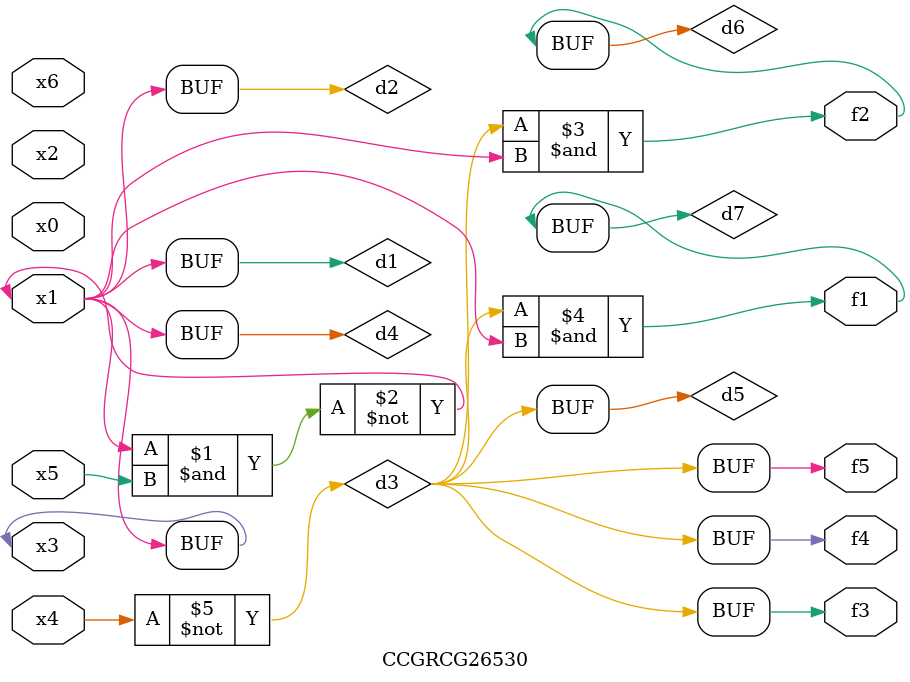
<source format=v>
module CCGRCG26530(
	input x0, x1, x2, x3, x4, x5, x6,
	output f1, f2, f3, f4, f5
);

	wire d1, d2, d3, d4, d5, d6, d7;

	buf (d1, x1, x3);
	nand (d2, x1, x5);
	not (d3, x4);
	buf (d4, d1, d2);
	buf (d5, d3);
	and (d6, d3, d4);
	and (d7, d3, d4);
	assign f1 = d7;
	assign f2 = d6;
	assign f3 = d5;
	assign f4 = d5;
	assign f5 = d5;
endmodule

</source>
